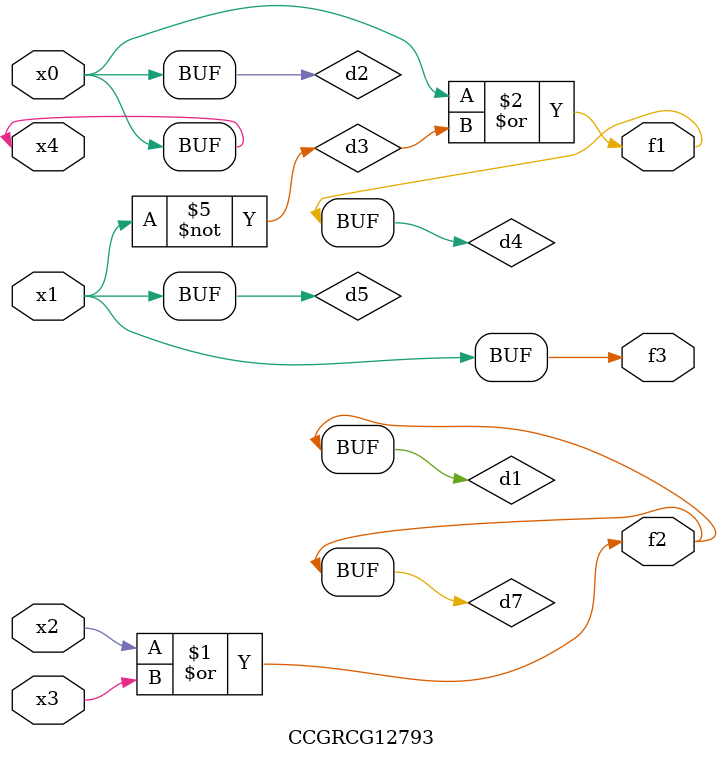
<source format=v>
module CCGRCG12793(
	input x0, x1, x2, x3, x4,
	output f1, f2, f3
);

	wire d1, d2, d3, d4, d5, d6, d7;

	or (d1, x2, x3);
	buf (d2, x0, x4);
	not (d3, x1);
	or (d4, d2, d3);
	not (d5, d3);
	nand (d6, d1, d3);
	or (d7, d1);
	assign f1 = d4;
	assign f2 = d7;
	assign f3 = d5;
endmodule

</source>
